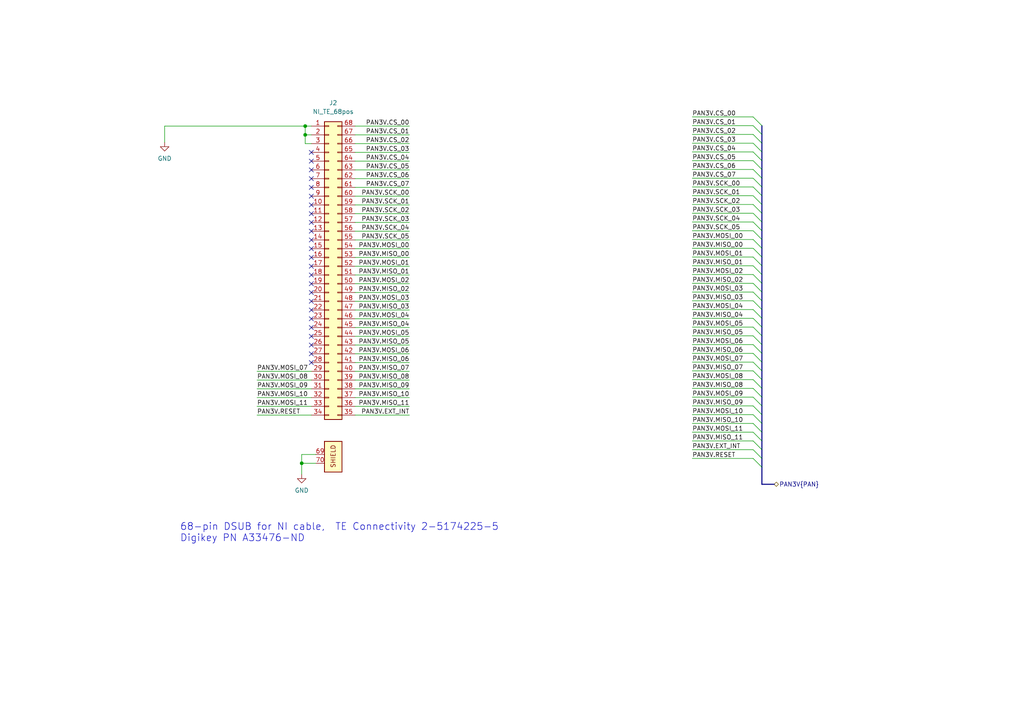
<source format=kicad_sch>
(kicad_sch (version 20230121) (generator eeschema)
  (paper "A4")
  (lib_symbols
    (symbol "arena_custom:NI_TE_68pos_2-5174225-5" (pin_names (offset 1.016) hide)
      (property "Reference" "J" (at 1.27 43.18 0))
      (property "Value" "NI_TE_68pos" (at 1.27 -45.72 0))
      (symbol "NI_TE_68pos_2-5174225-5_1_1"
        (rectangle (start -1.27 -50.8) (end 3.81 -59.69) (stroke (width 0.254)) (fill (type background)))
        (rectangle (start -1.27 -43.053) (end 0 -43.307) (stroke (width 0.1524)))
        (rectangle (start -1.27 -40.513) (end 0 -40.767) (stroke (width 0.1524)))
        (rectangle (start -1.27 -37.973) (end 0 -38.227) (stroke (width 0.1524)))
        (rectangle (start -1.27 -35.433) (end 0 -35.687) (stroke (width 0.1524)))
        (rectangle (start -1.27 -32.893) (end 0 -33.147) (stroke (width 0.1524)))
        (rectangle (start -1.27 -30.353) (end 0 -30.607) (stroke (width 0.1524)))
        (rectangle (start -1.27 -27.813) (end 0 -28.067) (stroke (width 0.1524)))
        (rectangle (start -1.27 -25.273) (end 0 -25.527) (stroke (width 0.1524)))
        (rectangle (start -1.27 -22.733) (end 0 -22.987) (stroke (width 0.1524)))
        (rectangle (start -1.27 -20.193) (end 0 -20.447) (stroke (width 0.1524)))
        (rectangle (start -1.27 -17.653) (end 0 -17.907) (stroke (width 0.1524)))
        (rectangle (start -1.27 -15.113) (end 0 -15.367) (stroke (width 0.1524)))
        (rectangle (start -1.27 -12.573) (end 0 -12.827) (stroke (width 0.1524)))
        (rectangle (start -1.27 -10.033) (end 0 -10.287) (stroke (width 0.1524)))
        (rectangle (start -1.27 -7.493) (end 0 -7.747) (stroke (width 0.1524)))
        (rectangle (start -1.27 -4.953) (end 0 -5.207) (stroke (width 0.1524)))
        (rectangle (start -1.27 -2.413) (end 0 -2.667) (stroke (width 0.1524)))
        (rectangle (start -1.27 0.127) (end 0 -0.127) (stroke (width 0.1524)))
        (rectangle (start -1.27 2.667) (end 0 2.413) (stroke (width 0.1524)))
        (rectangle (start -1.27 5.207) (end 0 4.953) (stroke (width 0.1524)))
        (rectangle (start -1.27 7.747) (end 0 7.493) (stroke (width 0.1524)))
        (rectangle (start -1.27 10.287) (end 0 10.033) (stroke (width 0.1524)))
        (rectangle (start -1.27 12.827) (end 0 12.573) (stroke (width 0.1524)))
        (rectangle (start -1.27 15.367) (end 0 15.113) (stroke (width 0.1524)))
        (rectangle (start -1.27 17.907) (end 0 17.653) (stroke (width 0.1524)))
        (rectangle (start -1.27 20.447) (end 0 20.193) (stroke (width 0.1524)))
        (rectangle (start -1.27 22.987) (end 0 22.733) (stroke (width 0.1524)))
        (rectangle (start -1.27 25.527) (end 0 25.273) (stroke (width 0.1524)))
        (rectangle (start -1.27 28.067) (end 0 27.813) (stroke (width 0.1524)))
        (rectangle (start -1.27 30.607) (end 0 30.353) (stroke (width 0.1524)))
        (rectangle (start -1.27 33.147) (end 0 32.893) (stroke (width 0.1524)))
        (rectangle (start -1.27 35.687) (end 0 35.433) (stroke (width 0.1524)))
        (rectangle (start -1.27 38.227) (end 0 37.973) (stroke (width 0.1524)))
        (rectangle (start -1.27 40.767) (end 0 40.513) (stroke (width 0.1524)))
        (rectangle (start -1.27 41.91) (end 3.81 -44.45) (stroke (width 0.254)) (fill (type background)))
        (rectangle (start 3.81 -43.053) (end 2.54 -43.307) (stroke (width 0.1524)))
        (rectangle (start 3.81 -40.513) (end 2.54 -40.767) (stroke (width 0.1524)))
        (rectangle (start 3.81 -37.973) (end 2.54 -38.227) (stroke (width 0.1524)))
        (rectangle (start 3.81 -35.433) (end 2.54 -35.687) (stroke (width 0.1524)))
        (rectangle (start 3.81 -32.893) (end 2.54 -33.147) (stroke (width 0.1524)))
        (rectangle (start 3.81 -30.353) (end 2.54 -30.607) (stroke (width 0.1524)))
        (rectangle (start 3.81 -27.813) (end 2.54 -28.067) (stroke (width 0.1524)))
        (rectangle (start 3.81 -25.273) (end 2.54 -25.527) (stroke (width 0.1524)))
        (rectangle (start 3.81 -22.733) (end 2.54 -22.987) (stroke (width 0.1524)))
        (rectangle (start 3.81 -20.193) (end 2.54 -20.447) (stroke (width 0.1524)))
        (rectangle (start 3.81 -17.653) (end 2.54 -17.907) (stroke (width 0.1524)))
        (rectangle (start 3.81 -15.113) (end 2.54 -15.367) (stroke (width 0.1524)))
        (rectangle (start 3.81 -12.573) (end 2.54 -12.827) (stroke (width 0.1524)))
        (rectangle (start 3.81 -10.033) (end 2.54 -10.287) (stroke (width 0.1524)))
        (rectangle (start 3.81 -7.493) (end 2.54 -7.747) (stroke (width 0.1524)))
        (rectangle (start 3.81 -4.953) (end 2.54 -5.207) (stroke (width 0.1524)))
        (rectangle (start 3.81 -2.413) (end 2.54 -2.667) (stroke (width 0.1524)))
        (rectangle (start 3.81 0.127) (end 2.54 -0.127) (stroke (width 0.1524)))
        (rectangle (start 3.81 2.667) (end 2.54 2.413) (stroke (width 0.1524)))
        (rectangle (start 3.81 5.207) (end 2.54 4.953) (stroke (width 0.1524)))
        (rectangle (start 3.81 7.747) (end 2.54 7.493) (stroke (width 0.1524)))
        (rectangle (start 3.81 10.287) (end 2.54 10.033) (stroke (width 0.1524)))
        (rectangle (start 3.81 12.827) (end 2.54 12.573) (stroke (width 0.1524)))
        (rectangle (start 3.81 15.367) (end 2.54 15.113) (stroke (width 0.1524)))
        (rectangle (start 3.81 17.907) (end 2.54 17.653) (stroke (width 0.1524)))
        (rectangle (start 3.81 20.447) (end 2.54 20.193) (stroke (width 0.1524)))
        (rectangle (start 3.81 22.987) (end 2.54 22.733) (stroke (width 0.1524)))
        (rectangle (start 3.81 25.527) (end 2.54 25.273) (stroke (width 0.1524)))
        (rectangle (start 3.81 28.067) (end 2.54 27.813) (stroke (width 0.1524)))
        (rectangle (start 3.81 30.607) (end 2.54 30.353) (stroke (width 0.1524)))
        (rectangle (start 3.81 33.147) (end 2.54 32.893) (stroke (width 0.1524)))
        (rectangle (start 3.81 35.687) (end 2.54 35.433) (stroke (width 0.1524)))
        (rectangle (start 3.81 38.227) (end 2.54 37.973) (stroke (width 0.1524)))
        (rectangle (start 3.81 40.767) (end 2.54 40.513) (stroke (width 0.1524)))
        (text "SHIELD" (at 1.27 -55.118 900) (effects (font (size 1.27 1.27))))
        (pin passive line (at -5.08 40.64 0) (length 3.81) (name "Pin_1") (number "1"))
        (pin passive line (at -5.08 17.78 0) (length 3.81) (name "Pin_10") (number "10"))
        (pin passive line (at -5.08 15.24 0) (length 3.81) (name "Pin_11") (number "11"))
        (pin passive line (at -5.08 12.7 0) (length 3.81) (name "Pin_12") (number "12"))
        (pin passive line (at -5.08 10.16 0) (length 3.81) (name "Pin_13") (number "13"))
        (pin passive line (at -5.08 7.62 0) (length 3.81) (name "Pin_14") (number "14"))
        (pin passive line (at -5.08 5.08 0) (length 3.81) (name "Pin_15") (number "15"))
        (pin passive line (at -5.08 2.54 0) (length 3.81) (name "Pin_16") (number "16"))
        (pin passive line (at -5.08 0 0) (length 3.81) (name "Pin_17") (number "17"))
        (pin passive line (at -5.08 -2.54 0) (length 3.81) (name "Pin_18") (number "18"))
        (pin passive line (at -5.08 -5.08 0) (length 3.81) (name "Pin_19") (number "19"))
        (pin passive line (at -5.08 38.1 0) (length 3.81) (name "Pin_2") (number "2"))
        (pin passive line (at -5.08 -7.62 0) (length 3.81) (name "Pin_20") (number "20"))
        (pin passive line (at -5.08 -10.16 0) (length 3.81) (name "Pin_21") (number "21"))
        (pin passive line (at -5.08 -12.7 0) (length 3.81) (name "Pin_22") (number "22"))
        (pin passive line (at -5.08 -15.24 0) (length 3.81) (name "Pin_23") (number "23"))
        (pin passive line (at -5.08 -17.78 0) (length 3.81) (name "Pin_24") (number "24"))
        (pin passive line (at -5.08 -20.32 0) (length 3.81) (name "Pin_25") (number "25"))
        (pin passive line (at -5.08 -22.86 0) (length 3.81) (name "Pin_26") (number "26"))
        (pin passive line (at -5.08 -25.4 0) (length 3.81) (name "Pin_27") (number "27"))
        (pin passive line (at -5.08 -27.94 0) (length 3.81) (name "Pin_28") (number "28"))
        (pin passive line (at -5.08 -30.48 0) (length 3.81) (name "Pin_29") (number "29"))
        (pin passive line (at -5.08 35.56 0) (length 3.81) (name "Pin_3") (number "3"))
        (pin passive line (at -5.08 -33.02 0) (length 3.81) (name "Pin_30") (number "30"))
        (pin passive line (at -5.08 -35.56 0) (length 3.81) (name "Pin_31") (number "31"))
        (pin passive line (at -5.08 -38.1 0) (length 3.81) (name "Pin_32") (number "32"))
        (pin passive line (at -5.08 -40.64 0) (length 3.81) (name "Pin_33") (number "33"))
        (pin passive line (at -5.08 -43.18 0) (length 3.81) (name "Pin_34") (number "34"))
        (pin passive line (at 7.62 -43.18 180) (length 3.81) (name "Pin_35") (number "35"))
        (pin passive line (at 7.62 -40.64 180) (length 3.81) (name "Pin_36") (number "36"))
        (pin passive line (at 7.62 -38.1 180) (length 3.81) (name "Pin_37") (number "37"))
        (pin passive line (at 7.62 -35.56 180) (length 3.81) (name "Pin_38") (number "38"))
        (pin passive line (at 7.62 -33.02 180) (length 3.81) (name "Pin_39") (number "39"))
        (pin passive line (at -5.08 33.02 0) (length 3.81) (name "Pin_4") (number "4"))
        (pin passive line (at 7.62 -30.48 180) (length 3.81) (name "Pin_40") (number "40"))
        (pin passive line (at 7.62 -27.94 180) (length 3.81) (name "Pin_41") (number "41"))
        (pin passive line (at 7.62 -25.4 180) (length 3.81) (name "Pin_42") (number "42"))
        (pin passive line (at 7.62 -22.86 180) (length 3.81) (name "Pin_43") (number "43"))
        (pin passive line (at 7.62 -20.32 180) (length 3.81) (name "Pin_44") (number "44"))
        (pin passive line (at 7.62 -17.78 180) (length 3.81) (name "Pin_45") (number "45"))
        (pin passive line (at 7.62 -15.24 180) (length 3.81) (name "Pin_46") (number "46"))
        (pin passive line (at 7.62 -12.7 180) (length 3.81) (name "Pin_47") (number "47"))
        (pin passive line (at 7.62 -10.16 180) (length 3.81) (name "Pin_48") (number "48"))
        (pin passive line (at 7.62 -7.62 180) (length 3.81) (name "Pin_49") (number "49"))
        (pin passive line (at -5.08 30.48 0) (length 3.81) (name "Pin_5") (number "5"))
        (pin passive line (at 7.62 -5.08 180) (length 3.81) (name "Pin_50") (number "50"))
        (pin passive line (at 7.62 -2.54 180) (length 3.81) (name "Pin_51") (number "51"))
        (pin passive line (at 7.62 0 180) (length 3.81) (name "Pin_52") (number "52"))
        (pin passive line (at 7.62 2.54 180) (length 3.81) (name "Pin_53") (number "53"))
        (pin passive line (at 7.62 5.08 180) (length 3.81) (name "Pin_54") (number "54"))
        (pin passive line (at 7.62 7.62 180) (length 3.81) (name "Pin_55") (number "55"))
        (pin passive line (at 7.62 10.16 180) (length 3.81) (name "Pin_56") (number "56"))
        (pin passive line (at 7.62 12.7 180) (length 3.81) (name "Pin_57") (number "57"))
        (pin passive line (at 7.62 15.24 180) (length 3.81) (name "Pin_58") (number "58"))
        (pin passive line (at 7.62 17.78 180) (length 3.81) (name "Pin_59") (number "59"))
        (pin passive line (at -5.08 27.94 0) (length 3.81) (name "Pin_6") (number "6"))
        (pin passive line (at 7.62 20.32 180) (length 3.81) (name "Pin_60") (number "60"))
        (pin passive line (at 7.62 22.86 180) (length 3.81) (name "Pin_61") (number "61"))
        (pin passive line (at 7.62 25.4 180) (length 3.81) (name "Pin_62") (number "62"))
        (pin passive line (at 7.62 27.94 180) (length 3.81) (name "Pin_63") (number "63"))
        (pin passive line (at 7.62 30.48 180) (length 3.81) (name "Pin_64") (number "64"))
        (pin passive line (at 7.62 33.02 180) (length 3.81) (name "Pin_65") (number "65"))
        (pin passive line (at 7.62 35.56 180) (length 3.81) (name "Pin_66") (number "66"))
        (pin passive line (at 7.62 38.1 180) (length 3.81) (name "Pin_67") (number "67"))
        (pin passive line (at 7.62 40.64 180) (length 3.81) (name "Pin_68") (number "68"))
        (pin input line (at -3.81 -54.61 0) (length 2.54) (name "GND") (number "69"))
        (pin passive line (at -5.08 25.4 0) (length 3.81) (name "Pin_7") (number "7"))
        (pin input line (at -3.81 -57.15 0) (length 2.54) (name "GND") (number "70"))
        (pin passive line (at -5.08 22.86 0) (length 3.81) (name "Pin_8") (number "8"))
        (pin passive line (at -5.08 20.32 0) (length 3.81) (name "Pin_9") (number "9"))
      )
    )
    (symbol "power:GND" (power) (pin_names (offset 0))
      (property "Value" "GND" (at 0 -3.81 0))
      (symbol "GND_0_1"
        (polyline (pts (xy 0 0) (xy 0 -1.27) (xy 1.27 -1.27) (xy 0 -2.54) (xy -1.27 -1.27) (xy 0 -1.27)))
      )
      (symbol "GND_1_1"
        (pin power_in line (at 0 0 270) (length 0) hide (name "GND") (number "1"))
      )
    )
  )
  (junction (at 87.503 134.366))
  (junction (at 88.519 36.576))
  (junction (at 88.519 39.116))
  (no_connect (at 90.297 51.816))
  (no_connect (at 90.297 77.216))
  (no_connect (at 90.297 89.916))
  (no_connect (at 90.297 56.896))
  (no_connect (at 90.297 59.436))
  (no_connect (at 90.297 54.356))
  (no_connect (at 90.297 46.736))
  (no_connect (at 90.297 69.596))
  (no_connect (at 90.297 44.196))
  (no_connect (at 90.297 49.276))
  (no_connect (at 90.297 64.516))
  (no_connect (at 90.297 67.056))
  (no_connect (at 90.297 100.076))
  (no_connect (at 90.297 102.616))
  (no_connect (at 90.297 94.996))
  (no_connect (at 90.297 92.456))
  (no_connect (at 90.297 84.836))
  (no_connect (at 90.297 82.296))
  (no_connect (at 90.297 87.376))
  (no_connect (at 90.297 74.676))
  (no_connect (at 90.297 72.136))
  (no_connect (at 90.297 97.536))
  (no_connect (at 90.297 79.756))
  (no_connect (at 90.297 61.976))
  (no_connect (at 90.297 105.156))
  (bus_entry (at 218.44 112.649) (size 2.54 2.54))
  (bus_entry (at 218.44 127.889) (size 2.54 2.54))
  (bus_entry (at 220.98 87.249) (size -2.54 -2.54))
  (bus_entry (at 218.44 117.729) (size 2.54 2.54))
  (bus_entry (at 220.98 49.149) (size -2.54 -2.54))
  (bus_entry (at 220.98 54.229) (size -2.54 -2.54))
  (bus_entry (at 220.98 61.849) (size -2.54 -2.54))
  (bus_entry (at 220.98 89.789) (size -2.54 -2.54))
  (bus_entry (at 218.44 120.269) (size 2.54 2.54))
  (bus_entry (at 220.98 84.709) (size -2.54 -2.54))
  (bus_entry (at 218.44 92.329) (size 2.54 2.54))
  (bus_entry (at 218.44 105.029) (size 2.54 2.54))
  (bus_entry (at 220.98 46.609) (size -2.54 -2.54))
  (bus_entry (at 220.98 56.769) (size -2.54 -2.54))
  (bus_entry (at 220.98 36.449) (size -2.54 -2.54))
  (bus_entry (at 218.44 130.429) (size 2.54 2.54))
  (bus_entry (at 220.98 69.469) (size -2.54 -2.54))
  (bus_entry (at 218.44 89.789) (size 2.54 2.54))
  (bus_entry (at 218.44 102.489) (size 2.54 2.54))
  (bus_entry (at 218.44 94.869) (size 2.54 2.54))
  (bus_entry (at 220.98 44.069) (size -2.54 -2.54))
  (bus_entry (at 220.98 38.989) (size -2.54 -2.54))
  (bus_entry (at 218.44 110.109) (size 2.54 2.54))
  (bus_entry (at 220.98 66.929) (size -2.54 -2.54))
  (bus_entry (at 218.44 122.809) (size 2.54 2.54))
  (bus_entry (at 220.98 82.169) (size -2.54 -2.54))
  (bus_entry (at 218.44 125.349) (size 2.54 2.54))
  (bus_entry (at 220.98 59.309) (size -2.54 -2.54))
  (bus_entry (at 218.44 132.969) (size 2.54 2.54))
  (bus_entry (at 220.98 79.629) (size -2.54 -2.54))
  (bus_entry (at 220.98 77.089) (size -2.54 -2.54))
  (bus_entry (at 220.98 51.689) (size -2.54 -2.54))
  (bus_entry (at 220.98 64.389) (size -2.54 -2.54))
  (bus_entry (at 220.98 74.549) (size -2.54 -2.54))
  (bus_entry (at 218.44 115.189) (size 2.54 2.54))
  (bus_entry (at 218.44 99.949) (size 2.54 2.54))
  (bus_entry (at 220.98 72.009) (size -2.54 -2.54))
  (bus_entry (at 220.98 41.529) (size -2.54 -2.54))
  (bus_entry (at 218.44 107.569) (size 2.54 2.54))
  (bus_entry (at 218.44 97.409) (size 2.54 2.54))
  (bus (pts (xy 220.98 115.189) (xy 220.98 117.729)))
  (wire (pts (xy 102.997 64.516) (xy 118.745 64.516)))
  (wire (pts (xy 102.997 56.896) (xy 118.745 56.896)))
  (wire (pts (xy 200.787 97.409) (xy 218.44 97.409)))
  (bus (pts (xy 220.98 51.689) (xy 220.98 54.229)))
  (bus (pts (xy 220.98 64.389) (xy 220.98 66.929)))
  (wire (pts (xy 200.787 102.489) (xy 218.44 102.489)))
  (wire (pts (xy 102.997 69.596) (xy 118.745 69.596)))
  (wire (pts (xy 47.752 36.576) (xy 88.519 36.576)))
  (wire (pts (xy 90.297 112.776) (xy 74.549 112.776)))
  (wire (pts (xy 218.44 79.629) (xy 200.787 79.629)))
  (bus (pts (xy 220.98 84.709) (xy 220.98 87.249)))
  (wire (pts (xy 218.44 54.229) (xy 200.787 54.229)))
  (wire (pts (xy 102.997 74.676) (xy 118.745 74.676)))
  (wire (pts (xy 102.997 102.616) (xy 118.745 102.616)))
  (wire (pts (xy 102.997 72.136) (xy 118.745 72.136)))
  (wire (pts (xy 102.997 105.156) (xy 118.745 105.156)))
  (wire (pts (xy 218.44 72.009) (xy 200.787 72.009)))
  (wire (pts (xy 218.44 89.789) (xy 200.787 89.789)))
  (wire (pts (xy 102.997 51.816) (xy 118.745 51.816)))
  (wire (pts (xy 200.787 99.949) (xy 218.44 99.949)))
  (wire (pts (xy 102.997 59.436) (xy 118.745 59.436)))
  (wire (pts (xy 88.519 36.576) (xy 90.297 36.576)))
  (bus (pts (xy 220.98 44.069) (xy 220.98 46.609)))
  (bus (pts (xy 220.98 72.009) (xy 220.98 74.549)))
  (wire (pts (xy 218.44 61.849) (xy 200.787 61.849)))
  (bus (pts (xy 220.98 56.769) (xy 220.98 59.309)))
  (wire (pts (xy 200.787 94.869) (xy 218.44 94.869)))
  (wire (pts (xy 200.787 92.329) (xy 218.44 92.329)))
  (bus (pts (xy 220.98 122.809) (xy 220.98 125.349)))
  (wire (pts (xy 218.44 49.149) (xy 200.787 49.149)))
  (wire (pts (xy 200.787 105.029) (xy 218.44 105.029)))
  (wire (pts (xy 91.567 131.826) (xy 87.503 131.826)))
  (wire (pts (xy 218.44 46.609) (xy 200.787 46.609)))
  (bus (pts (xy 220.98 79.629) (xy 220.98 82.169)))
  (wire (pts (xy 88.519 39.116) (xy 88.519 41.656)))
  (bus (pts (xy 220.98 69.469) (xy 220.98 72.009)))
  (wire (pts (xy 200.787 122.809) (xy 218.44 122.809)))
  (wire (pts (xy 102.997 79.756) (xy 118.745 79.756)))
  (wire (pts (xy 102.997 117.856) (xy 118.745 117.856)))
  (bus (pts (xy 220.98 130.429) (xy 220.98 132.969)))
  (wire (pts (xy 200.787 117.729) (xy 218.44 117.729)))
  (wire (pts (xy 102.997 94.996) (xy 118.745 94.996)))
  (bus (pts (xy 220.98 127.889) (xy 220.98 130.429)))
  (wire (pts (xy 218.44 44.069) (xy 200.787 44.069)))
  (wire (pts (xy 218.44 77.089) (xy 200.787 77.089)))
  (bus (pts (xy 220.98 117.729) (xy 220.98 120.269)))
  (wire (pts (xy 218.44 69.469) (xy 200.787 69.469)))
  (wire (pts (xy 102.997 67.056) (xy 118.745 67.056)))
  (wire (pts (xy 47.752 36.576) (xy 47.752 41.275)))
  (bus (pts (xy 220.98 125.349) (xy 220.98 127.889)))
  (wire (pts (xy 218.44 59.309) (xy 200.787 59.309)))
  (wire (pts (xy 200.787 125.349) (xy 218.44 125.349)))
  (bus (pts (xy 220.98 77.089) (xy 220.98 79.629)))
  (wire (pts (xy 200.787 107.569) (xy 218.44 107.569)))
  (wire (pts (xy 88.519 36.576) (xy 88.519 39.116)))
  (bus (pts (xy 220.98 66.929) (xy 220.98 69.469)))
  (wire (pts (xy 200.787 110.109) (xy 218.44 110.109)))
  (wire (pts (xy 218.44 38.989) (xy 200.787 38.989)))
  (wire (pts (xy 102.997 115.316) (xy 118.745 115.316)))
  (wire (pts (xy 218.44 87.249) (xy 200.787 87.249)))
  (bus (pts (xy 220.98 92.329) (xy 220.98 94.869)))
  (bus (pts (xy 220.98 54.229) (xy 220.98 56.769)))
  (wire (pts (xy 102.997 61.976) (xy 118.745 61.976)))
  (wire (pts (xy 218.44 82.169) (xy 200.787 82.169)))
  (wire (pts (xy 88.519 39.116) (xy 90.297 39.116)))
  (wire (pts (xy 218.44 64.389) (xy 200.787 64.389)))
  (wire (pts (xy 102.997 89.916) (xy 118.745 89.916)))
  (wire (pts (xy 102.997 77.216) (xy 118.745 77.216)))
  (wire (pts (xy 102.997 107.696) (xy 118.745 107.696)))
  (wire (pts (xy 218.44 41.529) (xy 200.787 41.529)))
  (bus (pts (xy 220.98 107.569) (xy 220.98 110.109)))
  (bus (pts (xy 220.98 102.489) (xy 220.98 105.029)))
  (wire (pts (xy 88.519 41.656) (xy 90.297 41.656)))
  (bus (pts (xy 220.98 59.309) (xy 220.98 61.849)))
  (bus (pts (xy 220.98 110.109) (xy 220.98 112.649)))
  (bus (pts (xy 220.98 140.462) (xy 224.536 140.462)))
  (bus (pts (xy 220.98 87.249) (xy 220.98 89.789)))
  (wire (pts (xy 91.567 134.366) (xy 87.503 134.366)))
  (wire (pts (xy 102.997 82.296) (xy 118.745 82.296)))
  (bus (pts (xy 220.98 132.969) (xy 220.98 135.509)))
  (wire (pts (xy 102.997 54.356) (xy 118.745 54.356)))
  (wire (pts (xy 90.297 115.316) (xy 74.549 115.316)))
  (wire (pts (xy 102.997 97.536) (xy 118.745 97.536)))
  (wire (pts (xy 200.787 130.429) (xy 218.44 130.429)))
  (wire (pts (xy 200.787 120.269) (xy 218.44 120.269)))
  (wire (pts (xy 90.297 120.396) (xy 74.549 120.396)))
  (wire (pts (xy 200.787 112.649) (xy 218.44 112.649)))
  (wire (pts (xy 218.44 84.709) (xy 200.787 84.709)))
  (wire (pts (xy 87.503 134.366) (xy 87.503 137.541)))
  (wire (pts (xy 102.997 39.116) (xy 118.745 39.116)))
  (wire (pts (xy 218.44 33.909) (xy 200.787 33.909)))
  (wire (pts (xy 200.787 132.969) (xy 218.44 132.969)))
  (bus (pts (xy 220.98 97.409) (xy 220.98 99.949)))
  (wire (pts (xy 102.997 46.736) (xy 118.745 46.736)))
  (bus (pts (xy 220.98 49.149) (xy 220.98 51.689)))
  (bus (pts (xy 220.98 135.509) (xy 220.98 140.462)))
  (bus (pts (xy 220.98 120.269) (xy 220.98 122.809)))
  (wire (pts (xy 102.997 41.656) (xy 118.745 41.656)))
  (bus (pts (xy 220.98 46.609) (xy 220.98 49.149)))
  (wire (pts (xy 218.44 36.449) (xy 200.787 36.449)))
  (wire (pts (xy 102.997 112.776) (xy 118.745 112.776)))
  (bus (pts (xy 220.98 41.529) (xy 220.98 44.069)))
  (wire (pts (xy 90.297 107.696) (xy 74.549 107.696)))
  (wire (pts (xy 218.44 56.769) (xy 200.787 56.769)))
  (bus (pts (xy 220.98 94.869) (xy 220.98 97.409)))
  (wire (pts (xy 102.997 100.076) (xy 118.745 100.076)))
  (wire (pts (xy 87.503 131.826) (xy 87.503 134.366)))
  (bus (pts (xy 220.98 82.169) (xy 220.98 84.709)))
  (wire (pts (xy 102.997 44.196) (xy 118.745 44.196)))
  (wire (pts (xy 102.997 84.836) (xy 118.745 84.836)))
  (bus (pts (xy 220.98 99.949) (xy 220.98 102.489)))
  (wire (pts (xy 102.997 49.276) (xy 118.745 49.276)))
  (wire (pts (xy 90.297 117.856) (xy 74.549 117.856)))
  (wire (pts (xy 200.787 115.189) (xy 218.44 115.189)))
  (bus (pts (xy 220.98 105.029) (xy 220.98 107.569)))
  (wire (pts (xy 102.997 87.376) (xy 118.745 87.376)))
  (bus (pts (xy 220.98 38.989) (xy 220.98 41.529)))
  (wire (pts (xy 90.297 110.236) (xy 74.549 110.236)))
  (wire (pts (xy 218.44 51.689) (xy 200.787 51.689)))
  (bus (pts (xy 220.98 74.549) (xy 220.98 77.089)))
  (wire (pts (xy 102.997 110.236) (xy 118.745 110.236)))
  (wire (pts (xy 102.997 92.456) (xy 118.745 92.456)))
  (bus (pts (xy 220.98 36.449) (xy 220.98 38.989)))
  (bus (pts (xy 220.98 112.649) (xy 220.98 115.189)))
  (wire (pts (xy 102.997 120.396) (xy 118.745 120.396)))
  (wire (pts (xy 200.787 127.889) (xy 218.44 127.889)))
  (bus (pts (xy 220.98 61.849) (xy 220.98 64.389)))
  (wire (pts (xy 200.787 66.929) (xy 218.44 66.929)))
  (bus (pts (xy 220.98 89.789) (xy 220.98 92.329)))
  (wire (pts (xy 218.44 74.549) (xy 200.787 74.549)))
  (wire (pts (xy 102.997 36.576) (xy 118.745 36.576)))
  (text "68-pin DSUB for NI cable,  TE Connectivity 2-5174225-5\nDigikey PN A33476-ND" (at 52.197 157.353 0) (effects (font (size 2.032 2.032)) (justify left bottom)))
  (label "PAN3V.CS_01" (at 200.787 36.449 0))
  (label "PAN3V.RESET" (at 74.549 120.396 0))
  (label "PAN3V.MISO_11" (at 200.787 127.889 0))
  (label "PAN3V.RESET" (at 200.787 132.969 0))
  (label "PAN3V.MOSI_07" (at 74.549 107.696 0))
  (label "PAN3V.CS_02" (at 200.787 38.989 0))
  (label "PAN3V.MOSI_02" (at 200.787 79.629 0))
  (label "PAN3V.MOSI_01" (at 118.745 77.216 180))
  (label "PAN3V.MOSI_03" (at 118.745 87.376 180))
  (label "PAN3V.CS_03" (at 118.745 44.196 180))
  (label "PAN3V.MOSI_05" (at 118.745 97.536 180))
  (label "PAN3V.MISO_04" (at 200.787 92.329 0))
  (label "PAN3V.MOSI_08" (at 74.549 110.236 0))
  (label "PAN3V.CS_04" (at 200.787 44.069 0))
  (label "PAN3V.SCK_00" (at 118.745 56.896 180))
  (label "PAN3V.MISO_03" (at 118.745 89.916 180))
  (label "PAN3V.MISO_06" (at 200.787 102.489 0))
  (label "PAN3V.MOSI_00" (at 118.745 72.136 180))
  (label "PAN3V.MISO_08" (at 200.787 112.649 0))
  (label "PAN3V.MOSI_03" (at 200.787 84.709 0))
  (label "PAN3V.MISO_10" (at 200.787 122.809 0))
  (label "PAN3V.MISO_02" (at 200.787 82.169 0))
  (label "PAN3V.MISO_01" (at 200.787 77.089 0))
  (label "PAN3V.SCK_05" (at 118.745 69.596 180))
  (label "PAN3V.MOSI_00" (at 200.787 69.469 0))
  (label "PAN3V.EXT_INT" (at 200.787 130.429 0))
  (label "PAN3V.CS_05" (at 200.787 46.609 0))
  (label "PAN3V.MISO_05" (at 200.787 97.409 0))
  (label "PAN3V.SCK_04" (at 118.745 67.056 180))
  (label "PAN3V.CS_05" (at 118.745 49.276 180))
  (label "PAN3V.CS_03" (at 200.787 41.529 0))
  (label "PAN3V.MOSI_11" (at 74.549 117.856 0))
  (label "PAN3V.SCK_03" (at 118.745 64.516 180))
  (label "PAN3V.CS_04" (at 118.745 46.736 180))
  (label "PAN3V.SCK_01" (at 200.787 56.769 0))
  (label "PAN3V.SCK_02" (at 200.787 59.309 0))
  (label "PAN3V.CS_00" (at 200.787 33.909 0))
  (label "PAN3V.MOSI_04" (at 118.745 92.456 180))
  (label "PAN3V.MISO_01" (at 118.745 79.756 180))
  (label "PAN3V.CS_01" (at 118.745 39.116 180))
  (label "PAN3V.CS_02" (at 118.745 41.656 180))
  (label "PAN3V.MISO_10" (at 118.745 115.316 180))
  (label "PAN3V.MISO_11" (at 118.745 117.856 180))
  (label "PAN3V.MOSI_10" (at 200.787 120.269 0))
  (label "PAN3V.CS_06" (at 118.745 51.816 180))
  (label "PAN3V.EXT_INT" (at 118.745 120.396 180))
  (label "PAN3V.MOSI_04" (at 200.787 89.789 0))
  (label "PAN3V.MISO_04" (at 118.745 94.996 180))
  (label "PAN3V.MOSI_06" (at 200.787 99.949 0))
  (label "PAN3V.MISO_07" (at 200.787 107.569 0))
  (label "PAN3V.CS_06" (at 200.787 49.149 0))
  (label "PAN3V.MOSI_10" (at 74.549 115.316 0))
  (label "PAN3V.MISO_09" (at 200.787 117.729 0))
  (label "PAN3V.MOSI_06" (at 118.745 102.616 180))
  (label "PAN3V.SCK_03" (at 200.787 61.849 0))
  (label "PAN3V.MISO_09" (at 118.745 112.776 180))
  (label "PAN3V.SCK_04" (at 200.787 64.389 0))
  (label "PAN3V.MISO_05" (at 118.745 100.076 180))
  (label "PAN3V.MOSI_09" (at 74.549 112.776 0))
  (label "PAN3V.MISO_06" (at 118.745 105.156 180))
  (label "PAN3V.MISO_02" (at 118.745 84.836 180))
  (label "PAN3V.CS_07" (at 200.787 51.689 0))
  (label "PAN3V.MISO_07" (at 118.745 107.696 180))
  (label "PAN3V.MISO_00" (at 118.745 74.676 180))
  (label "PAN3V.SCK_00" (at 200.787 54.229 0))
  (label "PAN3V.MOSI_11" (at 200.787 125.349 0))
  (label "PAN3V.SCK_05" (at 200.787 66.929 0))
  (label "PAN3V.MOSI_02" (at 118.745 82.296 180))
  (label "PAN3V.MOSI_01" (at 200.787 74.549 0))
  (label "PAN3V.CS_07" (at 118.745 54.356 180))
  (label "PAN3V.CS_00" (at 118.745 36.576 180))
  (label "PAN3V.SCK_02" (at 118.745 61.976 180))
  (label "PAN3V.MOSI_07" (at 200.787 105.029 0))
  (label "PAN3V.SCK_01" (at 118.745 59.436 180))
  (label "PAN3V.MISO_08" (at 118.745 110.236 180))
  (label "PAN3V.MOSI_08" (at 200.787 110.109 0))
  (label "PAN3V.MOSI_05" (at 200.787 94.869 0))
  (label "PAN3V.MISO_03" (at 200.787 87.249 0))
  (label "PAN3V.MOSI_09" (at 200.787 115.189 0))
  (label "PAN3V.MISO_00" (at 200.787 72.009 0))
  (hierarchical_label "PAN3V{PAN}" (shape bidirectional) (at 224.536 140.462 0))
  (symbol (lib_id "arena_custom:NI_TE_68pos_2-5174225-5") (at 95.377 77.216 0) (unit 1)
    (property "Reference" "J2" (at 96.647 29.845 0))
    (property "Value" "NI_TE_68pos" (at 96.647 32.385 0))
  )
  (symbol (lib_id "power:GND") (at 47.752 41.275 0) (unit 1)
    (property "Reference" "#PWR05" (effects hide))
    (property "Value" "GND" (at 47.752 45.974 0))
  )
  (symbol (lib_id "power:GND") (at 87.503 137.541 0) (unit 1)
    (property "Reference" "#PWR01" (effects hide))
    (property "Value" "GND" (at 87.503 142.24 0))
  )
)
</source>
